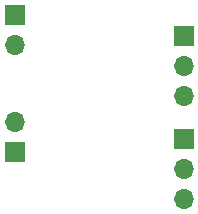
<source format=gbr>
%TF.GenerationSoftware,KiCad,Pcbnew,(5.1.10-1-10_14)*%
%TF.CreationDate,2021-11-01T10:51:15+01:00*%
%TF.ProjectId,esp32-wled-pcb,65737033-322d-4776-9c65-642d7063622e,rev?*%
%TF.SameCoordinates,Original*%
%TF.FileFunction,Soldermask,Bot*%
%TF.FilePolarity,Negative*%
%FSLAX46Y46*%
G04 Gerber Fmt 4.6, Leading zero omitted, Abs format (unit mm)*
G04 Created by KiCad (PCBNEW (5.1.10-1-10_14)) date 2021-11-01 10:51:15*
%MOMM*%
%LPD*%
G01*
G04 APERTURE LIST*
%ADD10O,1.700000X1.700000*%
%ADD11R,1.700000X1.700000*%
G04 APERTURE END LIST*
D10*
%TO.C,J4*%
X106800000Y-62400000D03*
D11*
X106800000Y-64940000D03*
%TD*%
D10*
%TO.C,J3*%
X106800000Y-55840000D03*
D11*
X106800000Y-53300000D03*
%TD*%
D10*
%TO.C,J2*%
X121100000Y-68880000D03*
X121100000Y-66340000D03*
D11*
X121100000Y-63800000D03*
%TD*%
D10*
%TO.C,J1*%
X121100000Y-60200000D03*
X121100000Y-57660000D03*
D11*
X121100000Y-55120000D03*
%TD*%
M02*

</source>
